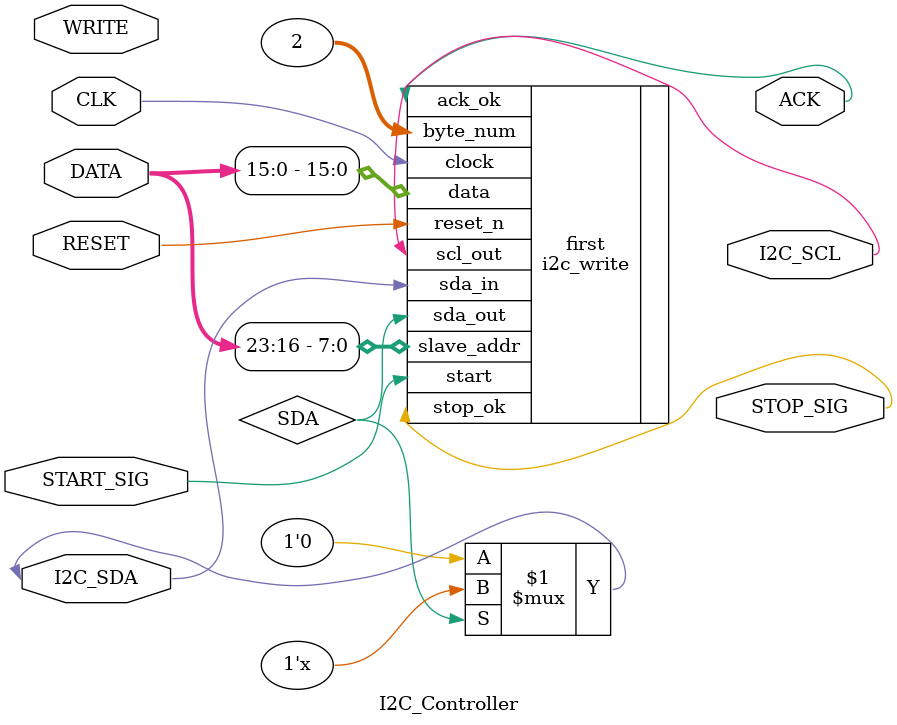
<source format=v>
`include "i2c_write.v"

module I2C_Controller(
	input CLK, 
	input START_SIG, 
	input RESET, 
	input WRITE, 
	input [23:0] DATA,
	output I2C_SCL,
	output STOP_SIG, 
	output ACK,
	inout I2C_SDA
);

wire SDA;
assign I2C_SDA= SDA? 1'bz: 1'b0;

i2c_write first(
	.reset_n  ( RESET),
	.clock    ( CLK),
	.start      ( START_SIG  ),
	.stop_ok   ( STOP_SIG),
	.ack_ok   ( ACK  ),
	.byte_num ( 2    ),  //2byte	
	.sda_in     ( I2C_SDA),//IN
	.sda_out    ( SDA    ),//OUT
	.scl_out    ( I2C_SCL ),	
	.slave_addr ( DATA[23:16] ),
	.data     ( DATA[15:0]  )	
);

endmodule





</source>
